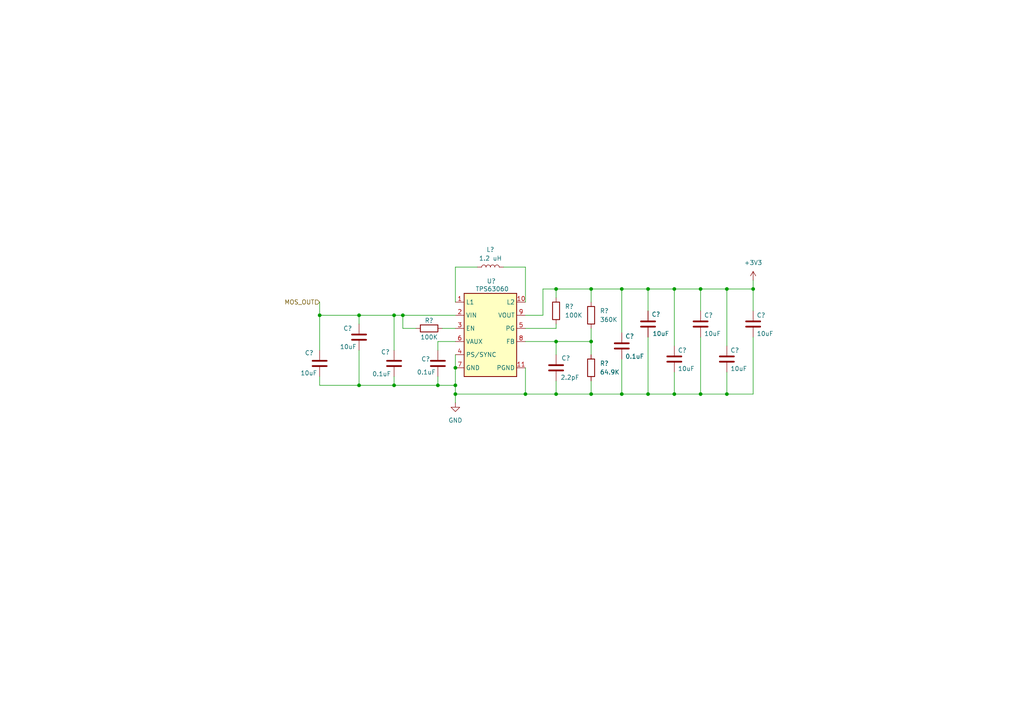
<source format=kicad_sch>
(kicad_sch (version 20231120) (generator "eeschema") (generator_version "8.0")
  (paper "A4")
  (lib_symbols
    (symbol "Device:C" (pin_numbers hide) (pin_names (offset 0.254))
      (property "Reference" "C" (at 0.635 2.54 0))
      (property "Value" "C" (at 0.635 -2.54 0))
      (symbol "C_0_1"
        (polyline (pts (xy -2.032 -0.762) (xy 2.032 -0.762)) (stroke (width 0.508)))
        (polyline (pts (xy -2.032 0.762) (xy 2.032 0.762)) (stroke (width 0.508)))
      )
      (symbol "C_1_1"
        (pin passive line (at 0 3.81 270) (length 2.794) (name "~") (number "1"))
        (pin passive line (at 0 -3.81 90) (length 2.794) (name "~") (number "2"))
      )
    )
    (symbol "Device:L" (pin_numbers hide) (pin_names (offset 1.016) hide)
      (property "Reference" "L" (at -1.27 0 90))
      (property "Value" "L" (at 1.905 0 90))
      (symbol "L_0_1"
        (arc (start 0 -2.54) (mid 0.6323 -1.905) (end 0 -1.27))
        (arc (start 0 -1.27) (mid 0.6323 -0.635) (end 0 0))
        (arc (start 0 0) (mid 0.6323 0.635) (end 0 1.27))
        (arc (start 0 1.27) (mid 0.6323 1.905) (end 0 2.54))
      )
      (symbol "L_1_1"
        (pin passive line (at 0 3.81 270) (length 1.27) (name "1") (number "1"))
        (pin passive line (at 0 -3.81 90) (length 1.27) (name "2") (number "2"))
      )
    )
    (symbol "Device:R" (pin_numbers hide) (pin_names (offset 0))
      (property "Reference" "R" (at 2.032 0 90))
      (property "Value" "R" (at 0 0 90))
      (symbol "R_0_1"
        (rectangle (start -1.016 -2.54) (end 1.016 2.54) (stroke (width 0.254)))
      )
      (symbol "R_1_1"
        (pin passive line (at 0 3.81 270) (length 1.27) (name "~") (number "1"))
        (pin passive line (at 0 -3.81 90) (length 1.27) (name "~") (number "2"))
      )
    )
    (symbol "Regulator_Switching:TPS63060"
      (property "Reference" "U?" (at 0.254 14.986 0))
      (property "Value" "TPS63060" (at 0.508 12.7 0))
      (symbol "TPS63060_0_1"
        (rectangle (start -7.62 11.43) (end 7.62 -12.7) (stroke (width 0.254)) (fill (type background)))
      )
      (symbol "TPS63060_1_1"
        (pin input line (at -10.16 8.89 0) (length 2.54) (name "L1") (number "1"))
        (pin input line (at 10.16 8.89 180) (length 2.54) (name "L2") (number "10"))
        (pin power_in line (at 10.16 -10.16 180) (length 2.54) (name "PGND") (number "11"))
        (pin power_in line (at -10.16 5.08 0) (length 2.54) (name "VIN") (number "2"))
        (pin input line (at -10.16 1.27 0) (length 2.54) (name "EN") (number "3"))
        (pin input line (at -10.16 -6.35 0) (length 2.54) (name "PS/SYNC") (number "4"))
        (pin output line (at 10.16 1.27 180) (length 2.54) (name "PG") (number "5"))
        (pin passive line (at -10.16 -2.54 0) (length 2.54) (name "VAUX") (number "6"))
        (pin power_in line (at -10.16 -10.16 0) (length 2.54) (name "GND") (number "7"))
        (pin input line (at 10.16 -2.54 180) (length 2.54) (name "FB") (number "8"))
        (pin power_out line (at 10.16 5.08 180) (length 2.54) (name "VOUT") (number "9"))
      )
    )
    (symbol "power:+3V3" (power) (pin_numbers hide) (pin_names (offset 0) hide)
      (property "Value" "+3V3" (at 0 3.556 0))
      (symbol "+3V3_0_1"
        (polyline (pts (xy -0.762 1.27) (xy 0 2.54)))
        (polyline (pts (xy 0 0) (xy 0 2.54)))
        (polyline (pts (xy 0 2.54) (xy 0.762 1.27)))
      )
      (symbol "+3V3_1_1"
        (pin power_in line (at 0 0 90) (length 0) (name "~") (number "1"))
      )
    )
    (symbol "power:GND" (power) (pin_numbers hide) (pin_names (offset 0) hide)
      (property "Value" "GND" (at 0 -3.81 0))
      (symbol "GND_0_1"
        (polyline (pts (xy 0 0) (xy 0 -1.27) (xy 1.27 -1.27) (xy 0 -2.54) (xy -1.27 -1.27) (xy 0 -1.27)))
      )
      (symbol "GND_1_1"
        (pin power_in line (at 0 0 270) (length 0) (name "~") (number "1"))
      )
    )
  )
  (junction (at 104.14 91.44))
  (junction (at 210.82 83.82))
  (junction (at 152.4 114.3))
  (junction (at 180.34 83.82))
  (junction (at 210.82 114.3))
  (junction (at 171.45 114.3))
  (junction (at 114.3 111.76))
  (junction (at 161.29 114.3))
  (junction (at 187.96 83.82))
  (junction (at 203.2 83.82))
  (junction (at 171.45 99.06))
  (junction (at 104.14 111.76))
  (junction (at 180.34 114.3))
  (junction (at 161.29 99.06))
  (junction (at 116.84 91.44))
  (junction (at 127 111.76))
  (junction (at 114.3 91.44))
  (junction (at 132.08 106.68))
  (junction (at 203.2 114.3))
  (junction (at 218.44 83.82))
  (junction (at 132.08 111.76))
  (junction (at 92.71 91.44))
  (junction (at 187.96 114.3))
  (junction (at 195.58 114.3))
  (junction (at 161.29 83.82))
  (junction (at 195.58 83.82))
  (junction (at 171.45 83.82))
  (junction (at 132.08 114.3))
  (wire (pts (xy 161.29 83.82) (xy 161.29 86.36)))
  (wire (pts (xy 187.96 114.3) (xy 195.58 114.3)))
  (wire (pts (xy 114.3 109.22) (xy 114.3 111.76)))
  (wire (pts (xy 203.2 114.3) (xy 210.82 114.3)))
  (wire (pts (xy 161.29 83.82) (xy 171.45 83.82)))
  (wire (pts (xy 146.05 77.47) (xy 152.4 77.47)))
  (wire (pts (xy 161.29 114.3) (xy 152.4 114.3)))
  (wire (pts (xy 157.48 83.82) (xy 161.29 83.82)))
  (wire (pts (xy 218.44 83.82) (xy 218.44 90.17)))
  (wire (pts (xy 210.82 83.82) (xy 218.44 83.82)))
  (wire (pts (xy 187.96 83.82) (xy 187.96 90.17)))
  (wire (pts (xy 218.44 97.79) (xy 218.44 114.3)))
  (wire (pts (xy 152.4 99.06) (xy 161.29 99.06)))
  (wire (pts (xy 171.45 83.82) (xy 171.45 87.63)))
  (wire (pts (xy 152.4 91.44) (xy 157.48 91.44)))
  (wire (pts (xy 114.3 91.44) (xy 114.3 101.6)))
  (wire (pts (xy 92.71 111.76) (xy 104.14 111.76)))
  (wire (pts (xy 210.82 83.82) (xy 210.82 100.33)))
  (wire (pts (xy 180.34 114.3) (xy 180.34 104.14)))
  (wire (pts (xy 114.3 111.76) (xy 127 111.76)))
  (wire (pts (xy 180.34 83.82) (xy 180.34 96.52)))
  (wire (pts (xy 203.2 97.79) (xy 203.2 114.3)))
  (wire (pts (xy 132.08 102.87) (xy 132.08 106.68)))
  (wire (pts (xy 127 101.6) (xy 127 99.06)))
  (wire (pts (xy 120.65 95.25) (xy 116.84 95.25)))
  (wire (pts (xy 127 111.76) (xy 132.08 111.76)))
  (wire (pts (xy 152.4 114.3) (xy 132.08 114.3)))
  (wire (pts (xy 127 99.06) (xy 132.08 99.06)))
  (wire (pts (xy 171.45 110.49) (xy 171.45 114.3)))
  (wire (pts (xy 171.45 114.3) (xy 180.34 114.3)))
  (wire (pts (xy 203.2 83.82) (xy 210.82 83.82)))
  (wire (pts (xy 104.14 101.6) (xy 104.14 111.76)))
  (wire (pts (xy 161.29 110.49) (xy 161.29 114.3)))
  (wire (pts (xy 104.14 111.76) (xy 114.3 111.76)))
  (wire (pts (xy 195.58 83.82) (xy 203.2 83.82)))
  (wire (pts (xy 104.14 91.44) (xy 104.14 93.98)))
  (wire (pts (xy 203.2 83.82) (xy 203.2 90.17)))
  (wire (pts (xy 180.34 83.82) (xy 187.96 83.82)))
  (wire (pts (xy 161.29 95.25) (xy 161.29 93.98)))
  (wire (pts (xy 171.45 95.25) (xy 171.45 99.06)))
  (wire (pts (xy 171.45 83.82) (xy 180.34 83.82)))
  (wire (pts (xy 104.14 91.44) (xy 114.3 91.44)))
  (wire (pts (xy 92.71 87.63) (xy 92.71 91.44)))
  (wire (pts (xy 195.58 114.3) (xy 203.2 114.3)))
  (wire (pts (xy 180.34 114.3) (xy 187.96 114.3)))
  (wire (pts (xy 218.44 81.28) (xy 218.44 83.82)))
  (wire (pts (xy 157.48 91.44) (xy 157.48 83.82)))
  (wire (pts (xy 132.08 77.47) (xy 132.08 87.63)))
  (wire (pts (xy 116.84 91.44) (xy 132.08 91.44)))
  (wire (pts (xy 152.4 95.25) (xy 161.29 95.25)))
  (wire (pts (xy 187.96 83.82) (xy 195.58 83.82)))
  (wire (pts (xy 116.84 95.25) (xy 116.84 91.44)))
  (wire (pts (xy 92.71 91.44) (xy 92.71 101.6)))
  (wire (pts (xy 92.71 109.22) (xy 92.71 111.76)))
  (wire (pts (xy 132.08 106.68) (xy 132.08 111.76)))
  (wire (pts (xy 210.82 114.3) (xy 210.82 107.95)))
  (wire (pts (xy 138.43 77.47) (xy 132.08 77.47)))
  (wire (pts (xy 92.71 91.44) (xy 104.14 91.44)))
  (wire (pts (xy 152.4 77.47) (xy 152.4 87.63)))
  (wire (pts (xy 132.08 114.3) (xy 132.08 116.84)))
  (wire (pts (xy 171.45 114.3) (xy 161.29 114.3)))
  (wire (pts (xy 161.29 99.06) (xy 171.45 99.06)))
  (wire (pts (xy 171.45 99.06) (xy 171.45 102.87)))
  (wire (pts (xy 195.58 107.95) (xy 195.58 114.3)))
  (wire (pts (xy 128.27 95.25) (xy 132.08 95.25)))
  (wire (pts (xy 127 109.22) (xy 127 111.76)))
  (wire (pts (xy 132.08 111.76) (xy 132.08 114.3)))
  (wire (pts (xy 195.58 83.82) (xy 195.58 100.33)))
  (wire (pts (xy 152.4 106.68) (xy 152.4 114.3)))
  (wire (pts (xy 187.96 97.79) (xy 187.96 114.3)))
  (wire (pts (xy 114.3 91.44) (xy 116.84 91.44)))
  (wire (pts (xy 210.82 114.3) (xy 218.44 114.3)))
  (wire (pts (xy 161.29 99.06) (xy 161.29 102.87)))
  (hierarchical_label "MOS_OUT" (shape input) (at 92.71 87.63 180))
  (symbol (lib_id "power:GND") (at 132.08 116.84 0) (unit 1)
    (property "Reference" "#PWR?" (effects (hide yes)))
    (property "Value" "GND" (at 132.08 121.92 0))
    (property "Description" "Power symbol creates a global label with name \"GND\" , ground" (effects (hide yes)))
  )
  (symbol (lib_id "Device:R") (at 161.29 90.17 0) (unit 1)
    (property "Reference" "R?" (at 163.83 88.8999 0) (effects (justify left)))
    (property "Value" "100K" (at 163.83 91.4399 0) (effects (justify left)))
    (property "Description" "Resistor" (effects (hide yes)))
  )
  (symbol (lib_id "Device:C") (at 210.82 104.14 0) (unit 1)
    (property "Reference" "C?" (at 211.836 101.6 0) (effects (justify left)))
    (property "Value" "10uF" (at 211.836 106.934 0) (effects (justify left)))
    (property "Description" "Unpolarized capacitor" (effects (hide yes)))
  )
  (symbol (lib_id "Device:C") (at 127 105.41 0) (unit 1)
    (property "Reference" "C?" (at 122.174 104.14 0) (effects (justify left)))
    (property "Value" "0.1uF" (at 120.904 107.95 0) (effects (justify left)))
    (property "Description" "Unpolarized capacitor" (effects (hide yes)))
  )
  (symbol (lib_id "Device:C") (at 104.14 97.79 0) (unit 1)
    (property "Reference" "C?" (at 99.568 95.25 0) (effects (justify left)))
    (property "Value" "10uF" (at 98.552 100.584 0) (effects (justify left)))
    (property "Description" "Unpolarized capacitor" (effects (hide yes)))
  )
  (symbol (lib_id "Device:L") (at 142.24 77.47 90) (unit 1)
    (property "Reference" "L?" (at 142.24 72.39 90))
    (property "Value" "1.2 uH" (at 142.24 74.93 90))
    (property "Description" "Inductor" (effects (hide yes)))
  )
  (symbol (lib_id "Device:R") (at 171.45 106.68 0) (unit 1)
    (property "Reference" "R?" (at 173.99 105.4099 0) (effects (justify left)))
    (property "Value" "64.9K" (at 173.99 107.9499 0) (effects (justify left)))
    (property "Description" "Resistor" (effects (hide yes)))
  )
  (symbol (lib_id "Regulator_Switching:TPS63060") (at 142.24 96.52 0) (unit 1)
    (property "Reference" "U?" (at 142.494 81.534 0))
    (property "Value" "TPS63060" (at 142.748 83.82 0))
    (property "Footprint" "Package_SON:Texas_S-PWSON-N10_ThermalVias" (effects (hide yes)))
    (property "Datasheet" "http://www.ti.com/lit/ds/symlink/tps63060.pdf" (effects (hide yes)))
    (property "Description" "Buck-Boost Converter, 2.5-12V Input Voltage, 2-A Switch Current, Adjustable 2.5-8V Output Voltage, S-PWSON-N10" (effects (hide yes)))
  )
  (symbol (lib_id "Device:C") (at 187.96 93.98 0) (unit 1)
    (property "Reference" "C?" (at 188.976 91.186 0) (effects (justify left)))
    (property "Value" "10uF" (at 189.23 96.774 0) (effects (justify left)))
    (property "Description" "Unpolarized capacitor" (effects (hide yes)))
  )
  (symbol (lib_id "Device:C") (at 195.58 104.14 0) (unit 1)
    (property "Reference" "C?" (at 196.596 101.6 0) (effects (justify left)))
    (property "Value" "10uF" (at 196.596 106.934 0) (effects (justify left)))
    (property "Description" "Unpolarized capacitor" (effects (hide yes)))
  )
  (symbol (lib_id "Device:C") (at 218.44 93.98 0) (unit 1)
    (property "Reference" "C?" (at 219.456 91.44 0) (effects (justify left)))
    (property "Value" "10uF" (at 219.456 96.774 0) (effects (justify left)))
    (property "Description" "Unpolarized capacitor" (effects (hide yes)))
  )
  (symbol (lib_id "Device:R") (at 124.46 95.25 90) (unit 1)
    (property "Reference" "R?" (at 124.46 92.964 90))
    (property "Value" "100K" (at 124.46 97.79 90))
    (property "Description" "Resistor" (effects (hide yes)))
  )
  (symbol (lib_id "Device:C") (at 92.71 105.41 0) (unit 1)
    (property "Reference" "C?" (at 88.392 102.362 0) (effects (justify left)))
    (property "Value" "10uF" (at 87.122 108.204 0) (effects (justify left)))
    (property "Description" "Unpolarized capacitor" (effects (hide yes)))
  )
  (symbol (lib_id "Device:C") (at 114.3 105.41 0) (unit 1)
    (property "Reference" "C?" (at 110.49 102.108 0) (effects (justify left)))
    (property "Value" "0.1uF" (at 107.95 108.458 0) (effects (justify left)))
    (property "Description" "Unpolarized capacitor" (effects (hide yes)))
  )
  (symbol (lib_id "Device:R") (at 171.45 91.44 0) (unit 1)
    (property "Reference" "R?" (at 173.99 90.1699 0) (effects (justify left)))
    (property "Value" "360K" (at 173.99 92.7099 0) (effects (justify left)))
    (property "Description" "Resistor" (effects (hide yes)))
  )
  (symbol (lib_id "Device:C") (at 203.2 93.98 0) (unit 1)
    (property "Reference" "C?" (at 204.216 91.44 0) (effects (justify left)))
    (property "Value" "10uF" (at 204.216 96.774 0) (effects (justify left)))
    (property "Description" "Unpolarized capacitor" (effects (hide yes)))
  )
  (symbol (lib_id "Device:C") (at 161.29 106.68 0) (unit 1)
    (property "Reference" "C?" (at 162.814 103.886 0) (effects (justify left)))
    (property "Value" "2.2pF" (at 162.56 109.474 0) (effects (justify left)))
    (property "Description" "Unpolarized capacitor" (effects (hide yes)))
  )
  (symbol (lib_id "Device:C") (at 180.34 100.33 0) (unit 1)
    (property "Reference" "C?" (at 181.356 97.536 0) (effects (justify left)))
    (property "Value" "0.1uF" (at 181.356 103.378 0) (effects (justify left)))
    (property "Description" "Unpolarized capacitor" (effects (hide yes)))
  )
  (symbol (lib_id "power:+3V3") (at 218.44 81.28 0) (unit 1)
    (property "Reference" "#PWR?" (effects (hide yes)))
    (property "Value" "+3V3" (at 218.44 76.2 0))
    (property "Description" "Power symbol creates a global label with name \"+3V3\"" (effects (hide yes)))
  )
)
</source>
